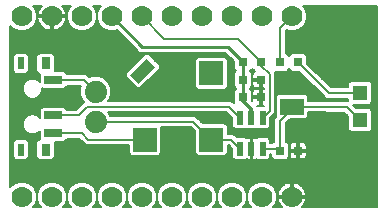
<source format=gtl>
G75*
%MOIN*%
%OFA0B0*%
%FSLAX25Y25*%
%IPPOS*%
%LPD*%
%AMOC8*
5,1,8,0,0,1.08239X$1,22.5*
%
%ADD10C,0.07000*%
%ADD11R,0.07874X0.07874*%
%ADD12R,0.07874X0.03937*%
%ADD13R,0.03150X0.03150*%
%ADD14R,0.02165X0.04724*%
%ADD15R,0.05118X0.05118*%
%ADD16R,0.07874X0.05518*%
%ADD17R,0.05906X0.02756*%
%ADD18R,0.02362X0.03937*%
%ADD19R,0.03150X0.03937*%
%ADD20C,0.07400*%
%ADD21C,0.00600*%
%ADD22C,0.01800*%
%ADD23C,0.01200*%
%ADD24C,0.01000*%
%ADD25C,0.00800*%
D10*
X0011800Y0023933D03*
X0021800Y0023933D03*
X0031800Y0023933D03*
X0041800Y0023933D03*
X0051800Y0023933D03*
X0061800Y0023933D03*
X0071800Y0023933D03*
X0081800Y0023933D03*
X0091800Y0023933D03*
X0101800Y0023933D03*
X0101800Y0084033D03*
X0091800Y0084033D03*
X0081800Y0084033D03*
X0071800Y0084033D03*
X0061800Y0084033D03*
X0051800Y0084033D03*
X0041800Y0084033D03*
X0031800Y0084033D03*
X0021800Y0084033D03*
X0011800Y0084033D03*
D11*
X0074924Y0065007D03*
X0074924Y0042959D03*
X0052876Y0042959D03*
D12*
G36*
X0056264Y0067186D02*
X0050697Y0061619D01*
X0047914Y0064402D01*
X0053481Y0069969D01*
X0056264Y0067186D01*
G37*
D13*
X0085600Y0068783D03*
X0091600Y0068783D03*
X0097900Y0068683D03*
X0103900Y0068683D03*
X0091500Y0062883D03*
X0085500Y0062883D03*
X0085500Y0057083D03*
X0091500Y0057083D03*
X0097900Y0039233D03*
X0103900Y0039233D03*
D14*
X0092040Y0039965D03*
X0088300Y0039965D03*
X0084560Y0039965D03*
X0084560Y0050201D03*
X0088300Y0050201D03*
X0092040Y0050201D03*
D15*
X0124600Y0049456D03*
X0124600Y0058511D03*
D16*
X0101850Y0053983D03*
D17*
X0022290Y0051030D03*
X0022290Y0045125D03*
X0022290Y0062841D03*
D18*
X0011463Y0068353D03*
X0011463Y0039613D03*
D19*
X0019731Y0039613D03*
X0019731Y0068353D03*
D20*
X0036400Y0058983D03*
X0036400Y0048983D03*
D21*
X0016039Y0021101D02*
X0015421Y0020483D01*
X0018179Y0020483D01*
X0017561Y0021101D01*
X0016800Y0022938D01*
X0016800Y0024928D01*
X0016039Y0026765D01*
X0014632Y0028172D01*
X0012795Y0028933D01*
X0010805Y0028933D01*
X0008968Y0028172D01*
X0007900Y0027104D01*
X0007900Y0080862D01*
X0008968Y0079794D01*
X0010805Y0079033D01*
X0012795Y0079033D01*
X0014632Y0079794D01*
X0016039Y0081201D01*
X0016800Y0083038D01*
X0016800Y0085028D01*
X0016039Y0086865D01*
X0015421Y0087483D01*
X0018462Y0087483D01*
X0018139Y0087160D01*
X0017695Y0086549D01*
X0017352Y0085876D01*
X0017118Y0085157D01*
X0017000Y0084411D01*
X0017000Y0084333D01*
X0021500Y0084333D01*
X0021500Y0083733D01*
X0022100Y0083733D01*
X0022100Y0079233D01*
X0022178Y0079233D01*
X0022924Y0079351D01*
X0023643Y0079585D01*
X0024316Y0079928D01*
X0024927Y0080372D01*
X0025461Y0080906D01*
X0025905Y0081517D01*
X0026248Y0082191D01*
X0026482Y0082909D01*
X0026600Y0083655D01*
X0026600Y0083733D01*
X0022100Y0083733D01*
X0022100Y0084333D01*
X0026600Y0084333D01*
X0026600Y0084411D01*
X0026482Y0085157D01*
X0026248Y0085876D01*
X0025905Y0086549D01*
X0025461Y0087160D01*
X0025138Y0087483D01*
X0028179Y0087483D01*
X0027561Y0086865D01*
X0026800Y0085028D01*
X0026800Y0083038D01*
X0027561Y0081201D01*
X0028968Y0079794D01*
X0030805Y0079033D01*
X0032795Y0079033D01*
X0034632Y0079794D01*
X0036039Y0081201D01*
X0036800Y0083038D01*
X0037561Y0081201D01*
X0038968Y0079794D01*
X0040805Y0079033D01*
X0042795Y0079033D01*
X0043627Y0079378D01*
X0049850Y0073155D01*
X0051022Y0071983D01*
X0079572Y0071983D01*
X0082525Y0069029D01*
X0082525Y0066587D01*
X0083229Y0065883D01*
X0082425Y0065079D01*
X0082425Y0060687D01*
X0083129Y0059983D01*
X0082425Y0059279D01*
X0082425Y0055023D01*
X0081565Y0055883D01*
X0040654Y0055883D01*
X0040808Y0056037D01*
X0041600Y0057949D01*
X0041600Y0060017D01*
X0040808Y0061929D01*
X0039346Y0063391D01*
X0037434Y0064183D01*
X0035366Y0064183D01*
X0034320Y0063750D01*
X0033329Y0064741D01*
X0026743Y0064741D01*
X0026743Y0064841D01*
X0025864Y0065719D01*
X0022761Y0065719D01*
X0022805Y0065763D01*
X0022805Y0070943D01*
X0021927Y0071822D01*
X0017535Y0071822D01*
X0016656Y0070943D01*
X0016656Y0065763D01*
X0017535Y0064885D01*
X0017881Y0064885D01*
X0017837Y0064841D01*
X0017837Y0062078D01*
X0017253Y0062662D01*
X0016051Y0063160D01*
X0014749Y0063160D01*
X0013547Y0062662D01*
X0012626Y0061742D01*
X0012128Y0060539D01*
X0012128Y0059238D01*
X0012626Y0058035D01*
X0013547Y0057115D01*
X0014749Y0056617D01*
X0016051Y0056617D01*
X0017253Y0057115D01*
X0018174Y0058035D01*
X0018672Y0059238D01*
X0018672Y0060007D01*
X0018716Y0059963D01*
X0025864Y0059963D01*
X0026743Y0060842D01*
X0026743Y0060941D01*
X0031583Y0060941D01*
X0031200Y0060017D01*
X0031200Y0057949D01*
X0031992Y0056037D01*
X0032501Y0055528D01*
X0031743Y0054770D01*
X0029903Y0052930D01*
X0026743Y0052930D01*
X0026743Y0053030D01*
X0025864Y0053908D01*
X0018716Y0053908D01*
X0017837Y0053030D01*
X0017837Y0050267D01*
X0017253Y0050851D01*
X0016051Y0051349D01*
X0014749Y0051349D01*
X0013547Y0050851D01*
X0012626Y0049931D01*
X0012128Y0048728D01*
X0012128Y0047427D01*
X0012626Y0046224D01*
X0013547Y0045304D01*
X0014749Y0044806D01*
X0016051Y0044806D01*
X0017253Y0045304D01*
X0017837Y0045888D01*
X0017837Y0043126D01*
X0017881Y0043081D01*
X0017535Y0043081D01*
X0016656Y0042203D01*
X0016656Y0037023D01*
X0017535Y0036144D01*
X0021927Y0036144D01*
X0022805Y0037023D01*
X0022805Y0042203D01*
X0022761Y0042247D01*
X0025864Y0042247D01*
X0026743Y0043126D01*
X0026743Y0043225D01*
X0031003Y0043225D01*
X0032055Y0042172D01*
X0033168Y0041059D01*
X0047439Y0041059D01*
X0047439Y0038401D01*
X0048318Y0037522D01*
X0057435Y0037522D01*
X0058313Y0038401D01*
X0058313Y0047083D01*
X0068113Y0047083D01*
X0069487Y0045709D01*
X0069487Y0038401D01*
X0070365Y0037522D01*
X0079482Y0037522D01*
X0080361Y0038401D01*
X0080361Y0041059D01*
X0080778Y0041059D01*
X0081977Y0039861D01*
X0081977Y0036981D01*
X0082856Y0036103D01*
X0086264Y0036103D01*
X0086612Y0036451D01*
X0086716Y0036391D01*
X0087046Y0036303D01*
X0088059Y0036303D01*
X0088059Y0039724D01*
X0088541Y0039724D01*
X0088541Y0036303D01*
X0089554Y0036303D01*
X0089884Y0036391D01*
X0089988Y0036451D01*
X0090336Y0036103D01*
X0093744Y0036103D01*
X0094623Y0036981D01*
X0094623Y0038065D01*
X0094825Y0038065D01*
X0094825Y0037037D01*
X0095704Y0036158D01*
X0100096Y0036158D01*
X0100975Y0037037D01*
X0100975Y0041429D01*
X0100096Y0042308D01*
X0099800Y0042308D01*
X0099800Y0048442D01*
X0101082Y0049724D01*
X0106408Y0049724D01*
X0107287Y0050603D01*
X0107287Y0052053D01*
X0119293Y0051987D01*
X0120541Y0050767D01*
X0120541Y0046275D01*
X0121420Y0045396D01*
X0127780Y0045396D01*
X0128659Y0046275D01*
X0128659Y0052636D01*
X0127780Y0053515D01*
X0123228Y0053515D01*
X0122291Y0054452D01*
X0127780Y0054452D01*
X0128659Y0055330D01*
X0128659Y0061691D01*
X0127780Y0062570D01*
X0121420Y0062570D01*
X0120541Y0061691D01*
X0120541Y0060411D01*
X0114859Y0060411D01*
X0106975Y0068295D01*
X0106975Y0070879D01*
X0106096Y0071758D01*
X0101704Y0071758D01*
X0100900Y0070954D01*
X0100096Y0071758D01*
X0099800Y0071758D01*
X0099800Y0079346D01*
X0099873Y0079419D01*
X0100805Y0079033D01*
X0102795Y0079033D01*
X0104632Y0079794D01*
X0106039Y0081201D01*
X0106800Y0083038D01*
X0106800Y0085028D01*
X0106039Y0086865D01*
X0105421Y0087483D01*
X0130300Y0087483D01*
X0130300Y0020483D01*
X0105138Y0020483D01*
X0105461Y0020806D01*
X0105905Y0021417D01*
X0106248Y0022091D01*
X0106482Y0022809D01*
X0106600Y0023555D01*
X0106600Y0023633D01*
X0102100Y0023633D01*
X0102100Y0024233D01*
X0106600Y0024233D01*
X0106600Y0024311D01*
X0106482Y0025057D01*
X0106248Y0025776D01*
X0105905Y0026449D01*
X0105461Y0027060D01*
X0104927Y0027594D01*
X0104316Y0028038D01*
X0103643Y0028381D01*
X0102924Y0028615D01*
X0102178Y0028733D01*
X0102100Y0028733D01*
X0102100Y0024233D01*
X0101500Y0024233D01*
X0101500Y0023633D01*
X0097000Y0023633D01*
X0097000Y0023555D01*
X0097118Y0022809D01*
X0097352Y0022091D01*
X0097695Y0021417D01*
X0098139Y0020806D01*
X0098462Y0020483D01*
X0095421Y0020483D01*
X0096039Y0021101D01*
X0096800Y0022938D01*
X0096800Y0024928D01*
X0096039Y0026765D01*
X0094632Y0028172D01*
X0092795Y0028933D01*
X0090805Y0028933D01*
X0088968Y0028172D01*
X0087561Y0026765D01*
X0086800Y0024928D01*
X0086039Y0026765D01*
X0084632Y0028172D01*
X0082795Y0028933D01*
X0080805Y0028933D01*
X0078968Y0028172D01*
X0077561Y0026765D01*
X0076800Y0024928D01*
X0076039Y0026765D01*
X0074632Y0028172D01*
X0072795Y0028933D01*
X0070805Y0028933D01*
X0068968Y0028172D01*
X0067561Y0026765D01*
X0066800Y0024928D01*
X0066039Y0026765D01*
X0064632Y0028172D01*
X0062795Y0028933D01*
X0060805Y0028933D01*
X0058968Y0028172D01*
X0057561Y0026765D01*
X0056800Y0024928D01*
X0056039Y0026765D01*
X0054632Y0028172D01*
X0052795Y0028933D01*
X0050805Y0028933D01*
X0048968Y0028172D01*
X0047561Y0026765D01*
X0046800Y0024928D01*
X0046039Y0026765D01*
X0044632Y0028172D01*
X0042795Y0028933D01*
X0040805Y0028933D01*
X0038968Y0028172D01*
X0037561Y0026765D01*
X0036800Y0024928D01*
X0036039Y0026765D01*
X0034632Y0028172D01*
X0032795Y0028933D01*
X0030805Y0028933D01*
X0028968Y0028172D01*
X0027561Y0026765D01*
X0026800Y0024928D01*
X0026039Y0026765D01*
X0024632Y0028172D01*
X0022795Y0028933D01*
X0020805Y0028933D01*
X0018968Y0028172D01*
X0017561Y0026765D01*
X0016800Y0024928D01*
X0016800Y0022938D01*
X0016039Y0021101D01*
X0016153Y0021377D02*
X0017447Y0021377D01*
X0017199Y0021976D02*
X0016401Y0021976D01*
X0016649Y0022574D02*
X0016951Y0022574D01*
X0016800Y0023173D02*
X0016800Y0023173D01*
X0016800Y0023771D02*
X0016800Y0023771D01*
X0016800Y0024370D02*
X0016800Y0024370D01*
X0016783Y0024968D02*
X0016817Y0024968D01*
X0017065Y0025567D02*
X0016535Y0025567D01*
X0016287Y0026165D02*
X0017313Y0026165D01*
X0017561Y0026764D02*
X0016039Y0026764D01*
X0015442Y0027362D02*
X0018158Y0027362D01*
X0018757Y0027961D02*
X0014843Y0027961D01*
X0013697Y0028559D02*
X0019903Y0028559D01*
X0023697Y0028559D02*
X0029903Y0028559D01*
X0028757Y0027961D02*
X0024843Y0027961D01*
X0025442Y0027362D02*
X0028158Y0027362D01*
X0027561Y0026764D02*
X0026039Y0026764D01*
X0026287Y0026165D02*
X0027313Y0026165D01*
X0027065Y0025567D02*
X0026535Y0025567D01*
X0026783Y0024968D02*
X0026817Y0024968D01*
X0026800Y0024928D02*
X0026800Y0022938D01*
X0026039Y0021101D01*
X0025421Y0020483D01*
X0028179Y0020483D01*
X0027561Y0021101D01*
X0026800Y0022938D01*
X0026800Y0024928D01*
X0026800Y0024370D02*
X0026800Y0024370D01*
X0026800Y0023771D02*
X0026800Y0023771D01*
X0026800Y0023173D02*
X0026800Y0023173D01*
X0026649Y0022574D02*
X0026951Y0022574D01*
X0027199Y0021976D02*
X0026401Y0021976D01*
X0026153Y0021377D02*
X0027447Y0021377D01*
X0027883Y0020779D02*
X0025717Y0020779D01*
X0017883Y0020779D02*
X0015717Y0020779D01*
X0008158Y0027362D02*
X0007900Y0027362D01*
X0007900Y0027961D02*
X0008757Y0027961D01*
X0007900Y0028559D02*
X0009903Y0028559D01*
X0007900Y0029158D02*
X0130300Y0029158D01*
X0130300Y0029756D02*
X0007900Y0029756D01*
X0007900Y0030355D02*
X0130300Y0030355D01*
X0130300Y0030953D02*
X0007900Y0030953D01*
X0007900Y0031552D02*
X0130300Y0031552D01*
X0130300Y0032150D02*
X0007900Y0032150D01*
X0007900Y0032749D02*
X0130300Y0032749D01*
X0130300Y0033347D02*
X0007900Y0033347D01*
X0007900Y0033946D02*
X0130300Y0033946D01*
X0130300Y0034544D02*
X0007900Y0034544D01*
X0007900Y0035143D02*
X0130300Y0035143D01*
X0130300Y0035741D02*
X0007900Y0035741D01*
X0007900Y0036340D02*
X0009465Y0036340D01*
X0009661Y0036144D02*
X0013265Y0036144D01*
X0014144Y0037023D01*
X0014144Y0042203D01*
X0013265Y0043081D01*
X0009661Y0043081D01*
X0008782Y0042203D01*
X0008782Y0037023D01*
X0009661Y0036144D01*
X0008867Y0036938D02*
X0007900Y0036938D01*
X0007900Y0037537D02*
X0008782Y0037537D01*
X0008782Y0038135D02*
X0007900Y0038135D01*
X0007900Y0038734D02*
X0008782Y0038734D01*
X0008782Y0039332D02*
X0007900Y0039332D01*
X0007900Y0039931D02*
X0008782Y0039931D01*
X0008782Y0040529D02*
X0007900Y0040529D01*
X0007900Y0041128D02*
X0008782Y0041128D01*
X0008782Y0041727D02*
X0007900Y0041727D01*
X0007900Y0042325D02*
X0008904Y0042325D01*
X0009503Y0042924D02*
X0007900Y0042924D01*
X0007900Y0043522D02*
X0017837Y0043522D01*
X0017837Y0044121D02*
X0007900Y0044121D01*
X0007900Y0044719D02*
X0017837Y0044719D01*
X0017837Y0045318D02*
X0017267Y0045318D01*
X0017377Y0042924D02*
X0013423Y0042924D01*
X0014022Y0042325D02*
X0016778Y0042325D01*
X0016656Y0041727D02*
X0014144Y0041727D01*
X0014144Y0041128D02*
X0016656Y0041128D01*
X0016656Y0040529D02*
X0014144Y0040529D01*
X0014144Y0039931D02*
X0016656Y0039931D01*
X0016656Y0039332D02*
X0014144Y0039332D01*
X0014144Y0038734D02*
X0016656Y0038734D01*
X0016656Y0038135D02*
X0014144Y0038135D01*
X0014144Y0037537D02*
X0016656Y0037537D01*
X0016741Y0036938D02*
X0014059Y0036938D01*
X0013461Y0036340D02*
X0017339Y0036340D01*
X0022122Y0036340D02*
X0082619Y0036340D01*
X0082020Y0036938D02*
X0022721Y0036938D01*
X0022805Y0037537D02*
X0048304Y0037537D01*
X0047705Y0038135D02*
X0022805Y0038135D01*
X0022805Y0038734D02*
X0047439Y0038734D01*
X0047439Y0039332D02*
X0022805Y0039332D01*
X0022805Y0039931D02*
X0047439Y0039931D01*
X0047439Y0040529D02*
X0022805Y0040529D01*
X0022805Y0041128D02*
X0033100Y0041128D01*
X0032501Y0041727D02*
X0022805Y0041727D01*
X0025942Y0042325D02*
X0031903Y0042325D01*
X0031304Y0042924D02*
X0026541Y0042924D01*
X0017837Y0050704D02*
X0017400Y0050704D01*
X0017837Y0051303D02*
X0016163Y0051303D01*
X0014637Y0051303D02*
X0007900Y0051303D01*
X0007900Y0051901D02*
X0017837Y0051901D01*
X0017837Y0052500D02*
X0007900Y0052500D01*
X0007900Y0053098D02*
X0017906Y0053098D01*
X0018504Y0053697D02*
X0007900Y0053697D01*
X0007900Y0054295D02*
X0031268Y0054295D01*
X0031866Y0054894D02*
X0007900Y0054894D01*
X0007900Y0055492D02*
X0032465Y0055492D01*
X0031970Y0056091D02*
X0007900Y0056091D01*
X0007900Y0056689D02*
X0014575Y0056689D01*
X0013374Y0057288D02*
X0007900Y0057288D01*
X0007900Y0057886D02*
X0012775Y0057886D01*
X0012440Y0058485D02*
X0007900Y0058485D01*
X0007900Y0059083D02*
X0012192Y0059083D01*
X0012128Y0059682D02*
X0007900Y0059682D01*
X0007900Y0060280D02*
X0012128Y0060280D01*
X0012269Y0060879D02*
X0007900Y0060879D01*
X0007900Y0061477D02*
X0012517Y0061477D01*
X0012960Y0062076D02*
X0007900Y0062076D01*
X0007900Y0062674D02*
X0013576Y0062674D01*
X0013265Y0064885D02*
X0009661Y0064885D01*
X0008782Y0065763D01*
X0008782Y0070943D01*
X0009661Y0071822D01*
X0013265Y0071822D01*
X0014144Y0070943D01*
X0014144Y0065763D01*
X0013265Y0064885D01*
X0013449Y0065068D02*
X0017351Y0065068D01*
X0017837Y0064470D02*
X0007900Y0064470D01*
X0007900Y0065068D02*
X0009477Y0065068D01*
X0008878Y0065667D02*
X0007900Y0065667D01*
X0007900Y0066265D02*
X0008782Y0066265D01*
X0008782Y0066864D02*
X0007900Y0066864D01*
X0007900Y0067462D02*
X0008782Y0067462D01*
X0008782Y0068061D02*
X0007900Y0068061D01*
X0007900Y0068660D02*
X0008782Y0068660D01*
X0008782Y0069258D02*
X0007900Y0069258D01*
X0007900Y0069857D02*
X0008782Y0069857D01*
X0008782Y0070455D02*
X0007900Y0070455D01*
X0007900Y0071054D02*
X0008892Y0071054D01*
X0009491Y0071652D02*
X0007900Y0071652D01*
X0007900Y0072251D02*
X0050754Y0072251D01*
X0050156Y0072849D02*
X0007900Y0072849D01*
X0007900Y0073448D02*
X0049557Y0073448D01*
X0048959Y0074046D02*
X0007900Y0074046D01*
X0007900Y0074645D02*
X0048360Y0074645D01*
X0047762Y0075243D02*
X0007900Y0075243D01*
X0007900Y0075842D02*
X0047163Y0075842D01*
X0046564Y0076440D02*
X0007900Y0076440D01*
X0007900Y0077039D02*
X0045966Y0077039D01*
X0045367Y0077637D02*
X0007900Y0077637D01*
X0007900Y0078236D02*
X0044769Y0078236D01*
X0044170Y0078834D02*
X0007900Y0078834D01*
X0007900Y0079433D02*
X0009841Y0079433D01*
X0008731Y0080031D02*
X0007900Y0080031D01*
X0007900Y0080630D02*
X0008132Y0080630D01*
X0013759Y0079433D02*
X0020425Y0079433D01*
X0020676Y0079351D02*
X0021422Y0079233D01*
X0021500Y0079233D01*
X0021500Y0083733D01*
X0017000Y0083733D01*
X0017000Y0083655D01*
X0017118Y0082909D01*
X0017352Y0082191D01*
X0017695Y0081517D01*
X0018139Y0080906D01*
X0018673Y0080372D01*
X0019284Y0079928D01*
X0019957Y0079585D01*
X0020676Y0079351D01*
X0021500Y0079433D02*
X0022100Y0079433D01*
X0022100Y0080031D02*
X0021500Y0080031D01*
X0021500Y0080630D02*
X0022100Y0080630D01*
X0022100Y0081228D02*
X0021500Y0081228D01*
X0021500Y0081827D02*
X0022100Y0081827D01*
X0022100Y0082425D02*
X0021500Y0082425D01*
X0021500Y0083024D02*
X0022100Y0083024D01*
X0022100Y0083622D02*
X0021500Y0083622D01*
X0021500Y0084221D02*
X0016800Y0084221D01*
X0016800Y0084819D02*
X0017065Y0084819D01*
X0017203Y0085418D02*
X0016638Y0085418D01*
X0016390Y0086016D02*
X0017423Y0086016D01*
X0017743Y0086615D02*
X0016143Y0086615D01*
X0015691Y0087213D02*
X0018192Y0087213D01*
X0017005Y0083622D02*
X0016800Y0083622D01*
X0016794Y0083024D02*
X0017100Y0083024D01*
X0017275Y0082425D02*
X0016546Y0082425D01*
X0016298Y0081827D02*
X0017537Y0081827D01*
X0017905Y0081228D02*
X0016050Y0081228D01*
X0015468Y0080630D02*
X0018415Y0080630D01*
X0019142Y0080031D02*
X0014869Y0080031D01*
X0022100Y0084221D02*
X0026800Y0084221D01*
X0026800Y0084819D02*
X0026535Y0084819D01*
X0026397Y0085418D02*
X0026962Y0085418D01*
X0027210Y0086016D02*
X0026177Y0086016D01*
X0025857Y0086615D02*
X0027457Y0086615D01*
X0027909Y0087213D02*
X0025408Y0087213D01*
X0026595Y0083622D02*
X0026800Y0083622D01*
X0026806Y0083024D02*
X0026500Y0083024D01*
X0026325Y0082425D02*
X0027054Y0082425D01*
X0027302Y0081827D02*
X0026063Y0081827D01*
X0025695Y0081228D02*
X0027550Y0081228D01*
X0028132Y0080630D02*
X0025185Y0080630D01*
X0024458Y0080031D02*
X0028731Y0080031D01*
X0029841Y0079433D02*
X0023175Y0079433D01*
X0033759Y0079433D02*
X0039841Y0079433D01*
X0038731Y0080031D02*
X0034869Y0080031D01*
X0035468Y0080630D02*
X0038132Y0080630D01*
X0037550Y0081228D02*
X0036050Y0081228D01*
X0036298Y0081827D02*
X0037302Y0081827D01*
X0037054Y0082425D02*
X0036546Y0082425D01*
X0036794Y0083024D02*
X0036806Y0083024D01*
X0036800Y0083038D02*
X0036800Y0085028D01*
X0037561Y0086865D01*
X0038179Y0087483D01*
X0035421Y0087483D01*
X0036039Y0086865D01*
X0036800Y0085028D01*
X0036800Y0083038D01*
X0036800Y0083622D02*
X0036800Y0083622D01*
X0036800Y0084221D02*
X0036800Y0084221D01*
X0036800Y0084819D02*
X0036800Y0084819D01*
X0036638Y0085418D02*
X0036962Y0085418D01*
X0037210Y0086016D02*
X0036390Y0086016D01*
X0036143Y0086615D02*
X0037457Y0086615D01*
X0037909Y0087213D02*
X0035691Y0087213D01*
X0022096Y0071652D02*
X0079903Y0071652D01*
X0080501Y0071054D02*
X0054519Y0071054D01*
X0054102Y0071470D02*
X0052860Y0071470D01*
X0046413Y0065023D01*
X0046413Y0063781D01*
X0050076Y0060118D01*
X0051318Y0060118D01*
X0057765Y0066565D01*
X0057765Y0067807D01*
X0054102Y0071470D01*
X0055117Y0070455D02*
X0081100Y0070455D01*
X0081698Y0069857D02*
X0080069Y0069857D01*
X0080361Y0069565D02*
X0079482Y0070444D01*
X0070365Y0070444D01*
X0069487Y0069565D01*
X0069487Y0060448D01*
X0070365Y0059570D01*
X0079482Y0059570D01*
X0080361Y0060448D01*
X0080361Y0069565D01*
X0080361Y0069258D02*
X0082297Y0069258D01*
X0082525Y0068660D02*
X0080361Y0068660D01*
X0080361Y0068061D02*
X0082525Y0068061D01*
X0082525Y0067462D02*
X0080361Y0067462D01*
X0080361Y0066864D02*
X0082525Y0066864D01*
X0082847Y0066265D02*
X0080361Y0066265D01*
X0080361Y0065667D02*
X0083013Y0065667D01*
X0082425Y0065068D02*
X0080361Y0065068D01*
X0080361Y0064470D02*
X0082425Y0064470D01*
X0082425Y0063871D02*
X0080361Y0063871D01*
X0080361Y0063273D02*
X0082425Y0063273D01*
X0082425Y0062674D02*
X0080361Y0062674D01*
X0080361Y0062076D02*
X0082425Y0062076D01*
X0082425Y0061477D02*
X0080361Y0061477D01*
X0080361Y0060879D02*
X0082425Y0060879D01*
X0082832Y0060280D02*
X0080193Y0060280D01*
X0079594Y0059682D02*
X0082828Y0059682D01*
X0082425Y0059083D02*
X0041600Y0059083D01*
X0041600Y0058485D02*
X0082425Y0058485D01*
X0082425Y0057886D02*
X0041574Y0057886D01*
X0041326Y0057288D02*
X0082425Y0057288D01*
X0082425Y0056689D02*
X0041078Y0056689D01*
X0040830Y0056091D02*
X0082425Y0056091D01*
X0082425Y0055492D02*
X0081956Y0055492D01*
X0079991Y0052083D02*
X0081977Y0050097D01*
X0081977Y0047218D01*
X0082856Y0046339D01*
X0086264Y0046339D01*
X0086430Y0046505D01*
X0086596Y0046339D01*
X0090004Y0046339D01*
X0090170Y0046505D01*
X0090336Y0046339D01*
X0093744Y0046339D01*
X0094623Y0047218D01*
X0094623Y0050097D01*
X0095187Y0050661D01*
X0096300Y0051774D01*
X0096300Y0065470D01*
X0096162Y0065608D01*
X0100096Y0065608D01*
X0100900Y0066412D01*
X0101704Y0065608D01*
X0104288Y0065608D01*
X0112172Y0057724D01*
X0113285Y0056611D01*
X0120541Y0056611D01*
X0120541Y0055883D01*
X0107287Y0055883D01*
X0107287Y0057363D01*
X0106408Y0058242D01*
X0097292Y0058242D01*
X0096413Y0057363D01*
X0096413Y0050603D01*
X0096500Y0050516D01*
X0096000Y0050016D01*
X0096000Y0042308D01*
X0095704Y0042308D01*
X0095261Y0041865D01*
X0094623Y0041865D01*
X0094623Y0042948D01*
X0093744Y0043827D01*
X0090336Y0043827D01*
X0089988Y0043479D01*
X0089884Y0043539D01*
X0089554Y0043627D01*
X0088541Y0043627D01*
X0088541Y0040206D01*
X0088059Y0040206D01*
X0088059Y0043627D01*
X0087046Y0043627D01*
X0086716Y0043539D01*
X0086612Y0043479D01*
X0086264Y0043827D01*
X0083385Y0043827D01*
X0082352Y0044859D01*
X0080361Y0044859D01*
X0080361Y0047518D01*
X0079482Y0048396D01*
X0072174Y0048396D01*
X0069687Y0050883D01*
X0041241Y0050883D01*
X0040808Y0051929D01*
X0040654Y0052083D01*
X0079991Y0052083D01*
X0080173Y0051901D02*
X0040820Y0051901D01*
X0041068Y0051303D02*
X0080771Y0051303D01*
X0081370Y0050704D02*
X0069866Y0050704D01*
X0070464Y0050106D02*
X0081968Y0050106D01*
X0081977Y0049507D02*
X0071063Y0049507D01*
X0071661Y0048909D02*
X0081977Y0048909D01*
X0081977Y0048310D02*
X0079568Y0048310D01*
X0080167Y0047712D02*
X0081977Y0047712D01*
X0082082Y0047113D02*
X0080361Y0047113D01*
X0080361Y0046515D02*
X0082680Y0046515D01*
X0080361Y0045916D02*
X0096000Y0045916D01*
X0096000Y0045318D02*
X0080361Y0045318D01*
X0082493Y0044719D02*
X0096000Y0044719D01*
X0096000Y0044121D02*
X0083091Y0044121D01*
X0086569Y0043522D02*
X0086687Y0043522D01*
X0088059Y0043522D02*
X0088541Y0043522D01*
X0088541Y0042924D02*
X0088059Y0042924D01*
X0088059Y0042325D02*
X0088541Y0042325D01*
X0088541Y0041727D02*
X0088059Y0041727D01*
X0088059Y0041128D02*
X0088541Y0041128D01*
X0088541Y0040529D02*
X0088059Y0040529D01*
X0088059Y0039332D02*
X0088541Y0039332D01*
X0088541Y0038734D02*
X0088059Y0038734D01*
X0088059Y0038135D02*
X0088541Y0038135D01*
X0088541Y0037537D02*
X0088059Y0037537D01*
X0088059Y0036938D02*
X0088541Y0036938D01*
X0088541Y0036340D02*
X0088059Y0036340D01*
X0086908Y0036340D02*
X0086501Y0036340D01*
X0089692Y0036340D02*
X0090099Y0036340D01*
X0093981Y0036340D02*
X0095522Y0036340D01*
X0094924Y0036938D02*
X0094580Y0036938D01*
X0094623Y0037537D02*
X0094825Y0037537D01*
X0100278Y0036340D02*
X0130300Y0036340D01*
X0130300Y0036938D02*
X0106560Y0036938D01*
X0106515Y0036860D02*
X0106686Y0037156D01*
X0106775Y0037487D01*
X0106775Y0038933D01*
X0104200Y0038933D01*
X0104200Y0036358D01*
X0105646Y0036358D01*
X0105977Y0036447D01*
X0106273Y0036618D01*
X0106515Y0036860D01*
X0106775Y0037537D02*
X0130300Y0037537D01*
X0130300Y0038135D02*
X0106775Y0038135D01*
X0106775Y0038734D02*
X0130300Y0038734D01*
X0130300Y0039332D02*
X0104200Y0039332D01*
X0104200Y0039533D02*
X0106775Y0039533D01*
X0106775Y0040979D01*
X0106686Y0041310D01*
X0106515Y0041606D01*
X0106273Y0041848D01*
X0105977Y0042019D01*
X0105646Y0042108D01*
X0104200Y0042108D01*
X0104200Y0039533D01*
X0104200Y0038933D01*
X0103600Y0038933D01*
X0103600Y0036358D01*
X0102154Y0036358D01*
X0101823Y0036447D01*
X0101527Y0036618D01*
X0101285Y0036860D01*
X0101114Y0037156D01*
X0101025Y0037487D01*
X0101025Y0038933D01*
X0103600Y0038933D01*
X0103600Y0039533D01*
X0101025Y0039533D01*
X0101025Y0040979D01*
X0101114Y0041310D01*
X0101285Y0041606D01*
X0101527Y0041848D01*
X0101823Y0042019D01*
X0102154Y0042108D01*
X0103600Y0042108D01*
X0103600Y0039533D01*
X0104200Y0039533D01*
X0104200Y0039931D02*
X0103600Y0039931D01*
X0103600Y0040529D02*
X0104200Y0040529D01*
X0104200Y0041128D02*
X0103600Y0041128D01*
X0103600Y0041727D02*
X0104200Y0041727D01*
X0106395Y0041727D02*
X0130300Y0041727D01*
X0130300Y0042325D02*
X0099800Y0042325D01*
X0099800Y0042924D02*
X0130300Y0042924D01*
X0130300Y0043522D02*
X0099800Y0043522D01*
X0099800Y0044121D02*
X0130300Y0044121D01*
X0130300Y0044719D02*
X0099800Y0044719D01*
X0099800Y0045318D02*
X0130300Y0045318D01*
X0130300Y0045916D02*
X0128300Y0045916D01*
X0128659Y0046515D02*
X0130300Y0046515D01*
X0130300Y0047113D02*
X0128659Y0047113D01*
X0128659Y0047712D02*
X0130300Y0047712D01*
X0130300Y0048310D02*
X0128659Y0048310D01*
X0128659Y0048909D02*
X0130300Y0048909D01*
X0130300Y0049507D02*
X0128659Y0049507D01*
X0128659Y0050106D02*
X0130300Y0050106D01*
X0130300Y0050704D02*
X0128659Y0050704D01*
X0128659Y0051303D02*
X0130300Y0051303D01*
X0130300Y0051901D02*
X0128659Y0051901D01*
X0128659Y0052500D02*
X0130300Y0052500D01*
X0130300Y0053098D02*
X0128197Y0053098D01*
X0130300Y0053697D02*
X0123046Y0053697D01*
X0122447Y0054295D02*
X0130300Y0054295D01*
X0130300Y0054894D02*
X0128223Y0054894D01*
X0128659Y0055492D02*
X0130300Y0055492D01*
X0130300Y0056091D02*
X0128659Y0056091D01*
X0128659Y0056689D02*
X0130300Y0056689D01*
X0130300Y0057288D02*
X0128659Y0057288D01*
X0128659Y0057886D02*
X0130300Y0057886D01*
X0130300Y0058485D02*
X0128659Y0058485D01*
X0128659Y0059083D02*
X0130300Y0059083D01*
X0130300Y0059682D02*
X0128659Y0059682D01*
X0128659Y0060280D02*
X0130300Y0060280D01*
X0130300Y0060879D02*
X0128659Y0060879D01*
X0128659Y0061477D02*
X0130300Y0061477D01*
X0130300Y0062076D02*
X0128274Y0062076D01*
X0130300Y0062674D02*
X0112596Y0062674D01*
X0113194Y0062076D02*
X0120926Y0062076D01*
X0120541Y0061477D02*
X0113793Y0061477D01*
X0114391Y0060879D02*
X0120541Y0060879D01*
X0113207Y0056689D02*
X0107287Y0056689D01*
X0107287Y0056091D02*
X0120541Y0056091D01*
X0119382Y0051901D02*
X0107287Y0051901D01*
X0107287Y0051303D02*
X0119994Y0051303D01*
X0120541Y0050704D02*
X0107287Y0050704D01*
X0106790Y0050106D02*
X0120541Y0050106D01*
X0120541Y0049507D02*
X0100865Y0049507D01*
X0100267Y0048909D02*
X0120541Y0048909D01*
X0120541Y0048310D02*
X0099800Y0048310D01*
X0099800Y0047712D02*
X0120541Y0047712D01*
X0120541Y0047113D02*
X0099800Y0047113D01*
X0099800Y0046515D02*
X0120541Y0046515D01*
X0120900Y0045916D02*
X0099800Y0045916D01*
X0096000Y0046515D02*
X0093920Y0046515D01*
X0094518Y0047113D02*
X0096000Y0047113D01*
X0096000Y0047712D02*
X0094623Y0047712D01*
X0094623Y0048310D02*
X0096000Y0048310D01*
X0096000Y0048909D02*
X0094623Y0048909D01*
X0094623Y0049507D02*
X0096000Y0049507D01*
X0096090Y0050106D02*
X0094632Y0050106D01*
X0095230Y0050704D02*
X0096413Y0050704D01*
X0096413Y0051303D02*
X0095829Y0051303D01*
X0096300Y0051901D02*
X0096413Y0051901D01*
X0096413Y0052500D02*
X0096300Y0052500D01*
X0096300Y0053098D02*
X0096413Y0053098D01*
X0096413Y0053697D02*
X0096300Y0053697D01*
X0096300Y0054295D02*
X0096413Y0054295D01*
X0096413Y0054894D02*
X0096300Y0054894D01*
X0096300Y0055492D02*
X0096413Y0055492D01*
X0096413Y0056091D02*
X0096300Y0056091D01*
X0096300Y0056689D02*
X0096413Y0056689D01*
X0096413Y0057288D02*
X0096300Y0057288D01*
X0096300Y0057886D02*
X0096936Y0057886D01*
X0096300Y0058485D02*
X0111411Y0058485D01*
X0110813Y0059083D02*
X0096300Y0059083D01*
X0096300Y0059682D02*
X0110214Y0059682D01*
X0109616Y0060280D02*
X0096300Y0060280D01*
X0096300Y0060879D02*
X0109017Y0060879D01*
X0108419Y0061477D02*
X0096300Y0061477D01*
X0096300Y0062076D02*
X0107820Y0062076D01*
X0107222Y0062674D02*
X0096300Y0062674D01*
X0096300Y0063273D02*
X0106623Y0063273D01*
X0106025Y0063871D02*
X0096300Y0063871D01*
X0096300Y0064470D02*
X0105426Y0064470D01*
X0104828Y0065068D02*
X0096300Y0065068D01*
X0100155Y0065667D02*
X0101645Y0065667D01*
X0101047Y0066265D02*
X0100753Y0066265D01*
X0106975Y0068660D02*
X0130300Y0068660D01*
X0130300Y0069258D02*
X0106975Y0069258D01*
X0106975Y0069857D02*
X0130300Y0069857D01*
X0130300Y0070455D02*
X0106975Y0070455D01*
X0106800Y0071054D02*
X0130300Y0071054D01*
X0130300Y0071652D02*
X0106202Y0071652D01*
X0101598Y0071652D02*
X0100202Y0071652D01*
X0099800Y0072251D02*
X0130300Y0072251D01*
X0130300Y0072849D02*
X0099800Y0072849D01*
X0099800Y0073448D02*
X0130300Y0073448D01*
X0130300Y0074046D02*
X0099800Y0074046D01*
X0099800Y0074645D02*
X0130300Y0074645D01*
X0130300Y0075243D02*
X0099800Y0075243D01*
X0099800Y0075842D02*
X0130300Y0075842D01*
X0130300Y0076440D02*
X0099800Y0076440D01*
X0099800Y0077039D02*
X0130300Y0077039D01*
X0130300Y0077637D02*
X0099800Y0077637D01*
X0099800Y0078236D02*
X0130300Y0078236D01*
X0130300Y0078834D02*
X0099800Y0078834D01*
X0103759Y0079433D02*
X0130300Y0079433D01*
X0130300Y0080031D02*
X0104869Y0080031D01*
X0105468Y0080630D02*
X0130300Y0080630D01*
X0130300Y0081228D02*
X0106050Y0081228D01*
X0106298Y0081827D02*
X0130300Y0081827D01*
X0130300Y0082425D02*
X0106546Y0082425D01*
X0106794Y0083024D02*
X0130300Y0083024D01*
X0130300Y0083622D02*
X0106800Y0083622D01*
X0106800Y0084221D02*
X0130300Y0084221D01*
X0130300Y0084819D02*
X0106800Y0084819D01*
X0106638Y0085418D02*
X0130300Y0085418D01*
X0130300Y0086016D02*
X0106390Y0086016D01*
X0106143Y0086615D02*
X0130300Y0086615D01*
X0130300Y0087213D02*
X0105691Y0087213D01*
X0101000Y0071054D02*
X0100800Y0071054D01*
X0107209Y0068061D02*
X0130300Y0068061D01*
X0130300Y0067462D02*
X0107808Y0067462D01*
X0108406Y0066864D02*
X0130300Y0066864D01*
X0130300Y0066265D02*
X0109005Y0066265D01*
X0109603Y0065667D02*
X0130300Y0065667D01*
X0130300Y0065068D02*
X0110202Y0065068D01*
X0110800Y0064470D02*
X0130300Y0064470D01*
X0130300Y0063871D02*
X0111399Y0063871D01*
X0111997Y0063273D02*
X0130300Y0063273D01*
X0112608Y0057288D02*
X0107287Y0057288D01*
X0106764Y0057886D02*
X0112010Y0057886D01*
X0092500Y0059958D02*
X0091800Y0059958D01*
X0091800Y0057383D01*
X0091200Y0057383D01*
X0091200Y0056783D01*
X0091800Y0056783D01*
X0091800Y0054208D01*
X0092500Y0054208D01*
X0092500Y0054063D01*
X0090336Y0054063D01*
X0090313Y0054040D01*
X0090145Y0054208D01*
X0091200Y0054208D01*
X0091200Y0056783D01*
X0088625Y0056783D01*
X0088625Y0055728D01*
X0088575Y0055778D01*
X0088575Y0059279D01*
X0087871Y0059983D01*
X0088575Y0060687D01*
X0088575Y0065079D01*
X0087871Y0065783D01*
X0088600Y0066512D01*
X0089404Y0065708D01*
X0089569Y0065708D01*
X0089423Y0065669D01*
X0089127Y0065498D01*
X0088885Y0065256D01*
X0088714Y0064960D01*
X0088625Y0064629D01*
X0088625Y0063183D01*
X0091200Y0063183D01*
X0091200Y0062583D01*
X0091800Y0062583D01*
X0091800Y0060008D01*
X0092500Y0060008D01*
X0092500Y0059958D01*
X0091800Y0059682D02*
X0091200Y0059682D01*
X0091200Y0059958D02*
X0089754Y0059958D01*
X0089423Y0059869D01*
X0089127Y0059698D01*
X0088885Y0059456D01*
X0088714Y0059160D01*
X0088625Y0058829D01*
X0088625Y0057383D01*
X0091200Y0057383D01*
X0091200Y0059958D01*
X0091200Y0060008D02*
X0091200Y0062583D01*
X0088625Y0062583D01*
X0088625Y0061137D01*
X0088714Y0060806D01*
X0088885Y0060510D01*
X0089127Y0060268D01*
X0089423Y0060097D01*
X0089754Y0060008D01*
X0091200Y0060008D01*
X0091200Y0060280D02*
X0091800Y0060280D01*
X0091800Y0060879D02*
X0091200Y0060879D01*
X0091200Y0061477D02*
X0091800Y0061477D01*
X0091800Y0062076D02*
X0091200Y0062076D01*
X0091200Y0062674D02*
X0088575Y0062674D01*
X0088575Y0062076D02*
X0088625Y0062076D01*
X0088625Y0061477D02*
X0088575Y0061477D01*
X0088575Y0060879D02*
X0088694Y0060879D01*
X0089115Y0060280D02*
X0088168Y0060280D01*
X0088172Y0059682D02*
X0089111Y0059682D01*
X0088693Y0059083D02*
X0088575Y0059083D01*
X0088575Y0058485D02*
X0088625Y0058485D01*
X0088625Y0057886D02*
X0088575Y0057886D01*
X0088575Y0057288D02*
X0091200Y0057288D01*
X0091200Y0057886D02*
X0091800Y0057886D01*
X0091800Y0058485D02*
X0091200Y0058485D01*
X0091200Y0059083D02*
X0091800Y0059083D01*
X0091800Y0056689D02*
X0091200Y0056689D01*
X0091200Y0056091D02*
X0091800Y0056091D01*
X0091800Y0055492D02*
X0091200Y0055492D01*
X0091200Y0054894D02*
X0091800Y0054894D01*
X0091800Y0054295D02*
X0091200Y0054295D01*
X0088625Y0056091D02*
X0088575Y0056091D01*
X0088575Y0056689D02*
X0088625Y0056689D01*
X0088575Y0063273D02*
X0088625Y0063273D01*
X0088625Y0063871D02*
X0088575Y0063871D01*
X0088575Y0064470D02*
X0088625Y0064470D01*
X0088575Y0065068D02*
X0088777Y0065068D01*
X0089419Y0065667D02*
X0087987Y0065667D01*
X0088353Y0066265D02*
X0088847Y0066265D01*
X0069487Y0066265D02*
X0057466Y0066265D01*
X0057765Y0066864D02*
X0069487Y0066864D01*
X0069487Y0067462D02*
X0057765Y0067462D01*
X0057511Y0068061D02*
X0069487Y0068061D01*
X0069487Y0068660D02*
X0056913Y0068660D01*
X0056314Y0069258D02*
X0069487Y0069258D01*
X0069778Y0069857D02*
X0055716Y0069857D01*
X0052443Y0071054D02*
X0022695Y0071054D01*
X0022805Y0070455D02*
X0051845Y0070455D01*
X0051246Y0069857D02*
X0022805Y0069857D01*
X0022805Y0069258D02*
X0050648Y0069258D01*
X0050049Y0068660D02*
X0022805Y0068660D01*
X0022805Y0068061D02*
X0049451Y0068061D01*
X0048852Y0067462D02*
X0022805Y0067462D01*
X0022805Y0066864D02*
X0048254Y0066864D01*
X0047655Y0066265D02*
X0022805Y0066265D01*
X0025916Y0065667D02*
X0047057Y0065667D01*
X0046458Y0065068D02*
X0026515Y0065068D01*
X0033600Y0064470D02*
X0046413Y0064470D01*
X0046413Y0063871D02*
X0038187Y0063871D01*
X0039464Y0063273D02*
X0046921Y0063273D01*
X0047520Y0062674D02*
X0040063Y0062674D01*
X0040661Y0062076D02*
X0048118Y0062076D01*
X0048717Y0061477D02*
X0040995Y0061477D01*
X0041243Y0060879D02*
X0049315Y0060879D01*
X0049914Y0060280D02*
X0041491Y0060280D01*
X0041600Y0059682D02*
X0070253Y0059682D01*
X0069655Y0060280D02*
X0051480Y0060280D01*
X0052079Y0060879D02*
X0069487Y0060879D01*
X0069487Y0061477D02*
X0052677Y0061477D01*
X0053276Y0062076D02*
X0069487Y0062076D01*
X0069487Y0062674D02*
X0053874Y0062674D01*
X0054473Y0063273D02*
X0069487Y0063273D01*
X0069487Y0063871D02*
X0055072Y0063871D01*
X0055670Y0064470D02*
X0069487Y0064470D01*
X0069487Y0065068D02*
X0056269Y0065068D01*
X0056867Y0065667D02*
X0069487Y0065667D01*
X0068681Y0046515D02*
X0058313Y0046515D01*
X0058313Y0045916D02*
X0069280Y0045916D01*
X0069487Y0045318D02*
X0058313Y0045318D01*
X0058313Y0044719D02*
X0069487Y0044719D01*
X0069487Y0044121D02*
X0058313Y0044121D01*
X0058313Y0043522D02*
X0069487Y0043522D01*
X0069487Y0042924D02*
X0058313Y0042924D01*
X0058313Y0042325D02*
X0069487Y0042325D01*
X0069487Y0041727D02*
X0058313Y0041727D01*
X0058313Y0041128D02*
X0069487Y0041128D01*
X0069487Y0040529D02*
X0058313Y0040529D01*
X0058313Y0039931D02*
X0069487Y0039931D01*
X0069487Y0039332D02*
X0058313Y0039332D01*
X0058313Y0038734D02*
X0069487Y0038734D01*
X0069752Y0038135D02*
X0058048Y0038135D01*
X0057449Y0037537D02*
X0070351Y0037537D01*
X0079496Y0037537D02*
X0081977Y0037537D01*
X0081977Y0038135D02*
X0080095Y0038135D01*
X0080361Y0038734D02*
X0081977Y0038734D01*
X0081977Y0039332D02*
X0080361Y0039332D01*
X0080361Y0039931D02*
X0081907Y0039931D01*
X0081308Y0040529D02*
X0080361Y0040529D01*
X0089913Y0043522D02*
X0090031Y0043522D01*
X0094049Y0043522D02*
X0096000Y0043522D01*
X0096000Y0042924D02*
X0094623Y0042924D01*
X0094623Y0042325D02*
X0096000Y0042325D01*
X0100677Y0041727D02*
X0101405Y0041727D01*
X0101065Y0041128D02*
X0100975Y0041128D01*
X0100975Y0040529D02*
X0101025Y0040529D01*
X0101025Y0039931D02*
X0100975Y0039931D01*
X0100975Y0039332D02*
X0103600Y0039332D01*
X0103600Y0038734D02*
X0104200Y0038734D01*
X0104200Y0038135D02*
X0103600Y0038135D01*
X0103600Y0037537D02*
X0104200Y0037537D01*
X0104200Y0036938D02*
X0103600Y0036938D01*
X0101240Y0036938D02*
X0100876Y0036938D01*
X0100975Y0037537D02*
X0101025Y0037537D01*
X0101025Y0038135D02*
X0100975Y0038135D01*
X0100975Y0038734D02*
X0101025Y0038734D01*
X0106775Y0039931D02*
X0130300Y0039931D01*
X0130300Y0040529D02*
X0106775Y0040529D01*
X0106735Y0041128D02*
X0130300Y0041128D01*
X0130300Y0028559D02*
X0103095Y0028559D01*
X0102100Y0028559D02*
X0101500Y0028559D01*
X0101500Y0028733D02*
X0101422Y0028733D01*
X0100676Y0028615D01*
X0099957Y0028381D01*
X0099284Y0028038D01*
X0098673Y0027594D01*
X0098139Y0027060D01*
X0097695Y0026449D01*
X0097352Y0025776D01*
X0097118Y0025057D01*
X0097000Y0024311D01*
X0097000Y0024233D01*
X0101500Y0024233D01*
X0101500Y0028733D01*
X0101500Y0027961D02*
X0102100Y0027961D01*
X0102100Y0027362D02*
X0101500Y0027362D01*
X0101500Y0026764D02*
X0102100Y0026764D01*
X0102100Y0026165D02*
X0101500Y0026165D01*
X0101500Y0025567D02*
X0102100Y0025567D01*
X0102100Y0024968D02*
X0101500Y0024968D01*
X0101500Y0024370D02*
X0102100Y0024370D01*
X0102100Y0023771D02*
X0130300Y0023771D01*
X0130300Y0023173D02*
X0106539Y0023173D01*
X0106405Y0022574D02*
X0130300Y0022574D01*
X0130300Y0021976D02*
X0106190Y0021976D01*
X0105876Y0021377D02*
X0130300Y0021377D01*
X0130300Y0020779D02*
X0105434Y0020779D01*
X0101500Y0023771D02*
X0096800Y0023771D01*
X0096800Y0023173D02*
X0097061Y0023173D01*
X0097195Y0022574D02*
X0096649Y0022574D01*
X0096401Y0021976D02*
X0097410Y0021976D01*
X0097724Y0021377D02*
X0096153Y0021377D01*
X0095717Y0020779D02*
X0098166Y0020779D01*
X0097009Y0024370D02*
X0096800Y0024370D01*
X0096783Y0024968D02*
X0097104Y0024968D01*
X0097284Y0025567D02*
X0096535Y0025567D01*
X0096287Y0026165D02*
X0097550Y0026165D01*
X0097923Y0026764D02*
X0096039Y0026764D01*
X0095442Y0027362D02*
X0098441Y0027362D01*
X0099177Y0027961D02*
X0094843Y0027961D01*
X0093697Y0028559D02*
X0100505Y0028559D01*
X0104423Y0027961D02*
X0130300Y0027961D01*
X0130300Y0027362D02*
X0105159Y0027362D01*
X0105677Y0026764D02*
X0130300Y0026764D01*
X0130300Y0026165D02*
X0106050Y0026165D01*
X0106316Y0025567D02*
X0130300Y0025567D01*
X0130300Y0024968D02*
X0106496Y0024968D01*
X0106591Y0024370D02*
X0130300Y0024370D01*
X0089903Y0028559D02*
X0083697Y0028559D01*
X0084843Y0027961D02*
X0088757Y0027961D01*
X0088158Y0027362D02*
X0085442Y0027362D01*
X0086039Y0026764D02*
X0087561Y0026764D01*
X0087313Y0026165D02*
X0086287Y0026165D01*
X0086535Y0025567D02*
X0087065Y0025567D01*
X0086817Y0024968D02*
X0086783Y0024968D01*
X0086800Y0024928D02*
X0086800Y0022938D01*
X0086039Y0021101D01*
X0085421Y0020483D01*
X0088179Y0020483D01*
X0087561Y0021101D01*
X0086800Y0022938D01*
X0086800Y0024928D01*
X0086800Y0024370D02*
X0086800Y0024370D01*
X0086800Y0023771D02*
X0086800Y0023771D01*
X0086800Y0023173D02*
X0086800Y0023173D01*
X0086649Y0022574D02*
X0086951Y0022574D01*
X0087199Y0021976D02*
X0086401Y0021976D01*
X0086153Y0021377D02*
X0087447Y0021377D01*
X0087883Y0020779D02*
X0085717Y0020779D01*
X0078179Y0020483D02*
X0075421Y0020483D01*
X0076039Y0021101D01*
X0076800Y0022938D01*
X0076800Y0024928D01*
X0076800Y0022938D01*
X0077561Y0021101D01*
X0078179Y0020483D01*
X0077883Y0020779D02*
X0075717Y0020779D01*
X0076153Y0021377D02*
X0077447Y0021377D01*
X0077199Y0021976D02*
X0076401Y0021976D01*
X0076649Y0022574D02*
X0076951Y0022574D01*
X0076800Y0023173D02*
X0076800Y0023173D01*
X0076800Y0023771D02*
X0076800Y0023771D01*
X0076800Y0024370D02*
X0076800Y0024370D01*
X0076783Y0024968D02*
X0076817Y0024968D01*
X0077065Y0025567D02*
X0076535Y0025567D01*
X0076287Y0026165D02*
X0077313Y0026165D01*
X0077561Y0026764D02*
X0076039Y0026764D01*
X0075442Y0027362D02*
X0078158Y0027362D01*
X0078757Y0027961D02*
X0074843Y0027961D01*
X0073697Y0028559D02*
X0079903Y0028559D01*
X0069903Y0028559D02*
X0063697Y0028559D01*
X0064843Y0027961D02*
X0068757Y0027961D01*
X0068158Y0027362D02*
X0065442Y0027362D01*
X0066039Y0026764D02*
X0067561Y0026764D01*
X0067313Y0026165D02*
X0066287Y0026165D01*
X0066535Y0025567D02*
X0067065Y0025567D01*
X0066817Y0024968D02*
X0066783Y0024968D01*
X0066800Y0024928D02*
X0066800Y0022938D01*
X0066039Y0021101D01*
X0065421Y0020483D01*
X0068179Y0020483D01*
X0067561Y0021101D01*
X0066800Y0022938D01*
X0066800Y0024928D01*
X0066800Y0024370D02*
X0066800Y0024370D01*
X0066800Y0023771D02*
X0066800Y0023771D01*
X0066800Y0023173D02*
X0066800Y0023173D01*
X0066649Y0022574D02*
X0066951Y0022574D01*
X0067199Y0021976D02*
X0066401Y0021976D01*
X0066153Y0021377D02*
X0067447Y0021377D01*
X0067883Y0020779D02*
X0065717Y0020779D01*
X0058179Y0020483D02*
X0055421Y0020483D01*
X0056039Y0021101D01*
X0056800Y0022938D01*
X0056800Y0024928D01*
X0056800Y0022938D01*
X0057561Y0021101D01*
X0058179Y0020483D01*
X0057883Y0020779D02*
X0055717Y0020779D01*
X0056153Y0021377D02*
X0057447Y0021377D01*
X0057199Y0021976D02*
X0056401Y0021976D01*
X0056649Y0022574D02*
X0056951Y0022574D01*
X0056800Y0023173D02*
X0056800Y0023173D01*
X0056800Y0023771D02*
X0056800Y0023771D01*
X0056800Y0024370D02*
X0056800Y0024370D01*
X0056783Y0024968D02*
X0056817Y0024968D01*
X0057065Y0025567D02*
X0056535Y0025567D01*
X0056287Y0026165D02*
X0057313Y0026165D01*
X0057561Y0026764D02*
X0056039Y0026764D01*
X0055442Y0027362D02*
X0058158Y0027362D01*
X0058757Y0027961D02*
X0054843Y0027961D01*
X0053697Y0028559D02*
X0059903Y0028559D01*
X0049903Y0028559D02*
X0043697Y0028559D01*
X0044843Y0027961D02*
X0048757Y0027961D01*
X0048158Y0027362D02*
X0045442Y0027362D01*
X0046039Y0026764D02*
X0047561Y0026764D01*
X0047313Y0026165D02*
X0046287Y0026165D01*
X0046535Y0025567D02*
X0047065Y0025567D01*
X0046817Y0024968D02*
X0046783Y0024968D01*
X0046800Y0024928D02*
X0046800Y0022938D01*
X0046039Y0021101D01*
X0045421Y0020483D01*
X0048179Y0020483D01*
X0047561Y0021101D01*
X0046800Y0022938D01*
X0046800Y0024928D01*
X0046800Y0024370D02*
X0046800Y0024370D01*
X0046800Y0023771D02*
X0046800Y0023771D01*
X0046800Y0023173D02*
X0046800Y0023173D01*
X0046649Y0022574D02*
X0046951Y0022574D01*
X0047199Y0021976D02*
X0046401Y0021976D01*
X0046153Y0021377D02*
X0047447Y0021377D01*
X0047883Y0020779D02*
X0045717Y0020779D01*
X0038179Y0020483D02*
X0035421Y0020483D01*
X0036039Y0021101D01*
X0036800Y0022938D01*
X0036800Y0024928D01*
X0036800Y0022938D01*
X0037561Y0021101D01*
X0038179Y0020483D01*
X0037883Y0020779D02*
X0035717Y0020779D01*
X0036153Y0021377D02*
X0037447Y0021377D01*
X0037199Y0021976D02*
X0036401Y0021976D01*
X0036649Y0022574D02*
X0036951Y0022574D01*
X0036800Y0023173D02*
X0036800Y0023173D01*
X0036800Y0023771D02*
X0036800Y0023771D01*
X0036800Y0024370D02*
X0036800Y0024370D01*
X0036783Y0024968D02*
X0036817Y0024968D01*
X0037065Y0025567D02*
X0036535Y0025567D01*
X0036287Y0026165D02*
X0037313Y0026165D01*
X0037561Y0026764D02*
X0036039Y0026764D01*
X0035442Y0027362D02*
X0038158Y0027362D01*
X0038757Y0027961D02*
X0034843Y0027961D01*
X0033697Y0028559D02*
X0039903Y0028559D01*
X0013533Y0045318D02*
X0007900Y0045318D01*
X0007900Y0045916D02*
X0012935Y0045916D01*
X0012506Y0046515D02*
X0007900Y0046515D01*
X0007900Y0047113D02*
X0012258Y0047113D01*
X0012128Y0047712D02*
X0007900Y0047712D01*
X0007900Y0048310D02*
X0012128Y0048310D01*
X0012203Y0048909D02*
X0007900Y0048909D01*
X0007900Y0049507D02*
X0012451Y0049507D01*
X0012801Y0050106D02*
X0007900Y0050106D01*
X0007900Y0050704D02*
X0013400Y0050704D01*
X0016225Y0056689D02*
X0031722Y0056689D01*
X0031474Y0057288D02*
X0017426Y0057288D01*
X0018025Y0057886D02*
X0031226Y0057886D01*
X0031200Y0058485D02*
X0018360Y0058485D01*
X0018608Y0059083D02*
X0031200Y0059083D01*
X0031200Y0059682D02*
X0018672Y0059682D01*
X0017837Y0062674D02*
X0017224Y0062674D01*
X0017837Y0063273D02*
X0007900Y0063273D01*
X0007900Y0063871D02*
X0017837Y0063871D01*
X0016752Y0065667D02*
X0014048Y0065667D01*
X0014144Y0066265D02*
X0016656Y0066265D01*
X0016656Y0066864D02*
X0014144Y0066864D01*
X0014144Y0067462D02*
X0016656Y0067462D01*
X0016656Y0068061D02*
X0014144Y0068061D01*
X0014144Y0068660D02*
X0016656Y0068660D01*
X0016656Y0069258D02*
X0014144Y0069258D01*
X0014144Y0069857D02*
X0016656Y0069857D01*
X0016656Y0070455D02*
X0014144Y0070455D01*
X0014034Y0071054D02*
X0016766Y0071054D01*
X0017365Y0071652D02*
X0013435Y0071652D01*
X0026743Y0060879D02*
X0031557Y0060879D01*
X0031309Y0060280D02*
X0026181Y0060280D01*
X0034199Y0063871D02*
X0034613Y0063871D01*
X0030669Y0053697D02*
X0026075Y0053697D01*
X0026674Y0053098D02*
X0030071Y0053098D01*
D22*
X0088500Y0059983D03*
D23*
X0085500Y0057083D02*
X0085400Y0055983D01*
X0088300Y0053083D01*
X0088300Y0050201D01*
D24*
X0085400Y0055983D02*
X0085500Y0056083D01*
X0085500Y0062883D01*
X0085600Y0062983D01*
X0085600Y0068783D01*
X0080400Y0073983D01*
X0051850Y0073983D01*
X0041800Y0084033D01*
D25*
X0051800Y0084033D02*
X0059350Y0076483D01*
X0083900Y0076483D01*
X0091600Y0068783D01*
X0091456Y0067628D01*
X0094400Y0064683D01*
X0094400Y0052561D01*
X0092040Y0050201D01*
X0097900Y0049229D02*
X0102650Y0053979D01*
X0120072Y0053883D01*
X0124600Y0049456D01*
X0120072Y0053983D01*
X0101850Y0053983D01*
X0102650Y0053979D01*
X0097900Y0049229D02*
X0097900Y0039233D01*
X0097168Y0039965D01*
X0092040Y0039965D01*
X0084560Y0039965D02*
X0081565Y0042959D01*
X0074924Y0042959D01*
X0068900Y0048983D01*
X0036400Y0048983D01*
X0033643Y0053983D02*
X0030690Y0051030D01*
X0022290Y0051030D01*
X0022290Y0045125D02*
X0031790Y0045125D01*
X0033955Y0042959D01*
X0052876Y0042959D01*
X0033643Y0053983D02*
X0080778Y0053983D01*
X0084560Y0050201D01*
X0103900Y0068683D02*
X0114072Y0058511D01*
X0124600Y0058511D01*
X0097900Y0068683D02*
X0097900Y0080133D01*
X0101800Y0084033D01*
X0036400Y0058983D02*
X0032542Y0062841D01*
X0022290Y0062841D01*
M02*

</source>
